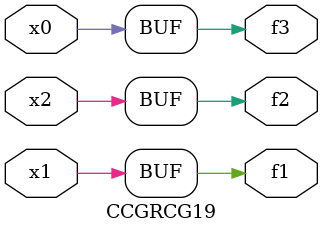
<source format=v>
module CCGRCG19(
	input x0, x1, x2,
	output f1, f2, f3
);
	assign f1 = x1;
	assign f2 = x2;
	assign f3 = x0;
endmodule

</source>
